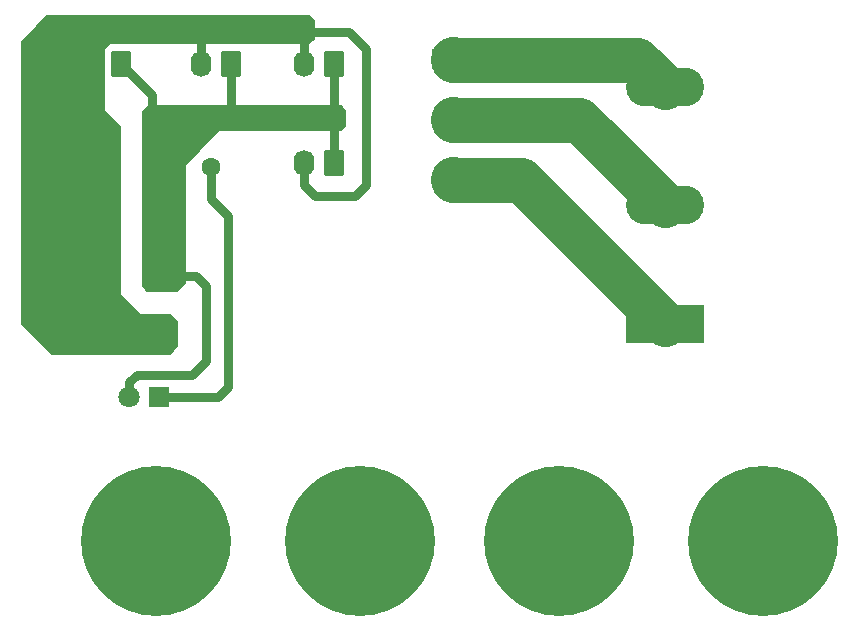
<source format=gbr>
%TF.GenerationSoftware,KiCad,Pcbnew,9.0.3*%
%TF.CreationDate,2025-08-21T00:29:16-03:00*%
%TF.ProjectId,PCB_Interfaz,5043425f-496e-4746-9572-66617a2e6b69,rev?*%
%TF.SameCoordinates,Original*%
%TF.FileFunction,Copper,L2,Bot*%
%TF.FilePolarity,Positive*%
%FSLAX46Y46*%
G04 Gerber Fmt 4.6, Leading zero omitted, Abs format (unit mm)*
G04 Created by KiCad (PCBNEW 9.0.3) date 2025-08-21 00:29:16*
%MOMM*%
%LPD*%
G01*
G04 APERTURE LIST*
G04 Aperture macros list*
%AMRoundRect*
0 Rectangle with rounded corners*
0 $1 Rounding radius*
0 $2 $3 $4 $5 $6 $7 $8 $9 X,Y pos of 4 corners*
0 Add a 4 corners polygon primitive as box body*
4,1,4,$2,$3,$4,$5,$6,$7,$8,$9,$2,$3,0*
0 Add four circle primitives for the rounded corners*
1,1,$1+$1,$2,$3*
1,1,$1+$1,$4,$5*
1,1,$1+$1,$6,$7*
1,1,$1+$1,$8,$9*
0 Add four rect primitives between the rounded corners*
20,1,$1+$1,$2,$3,$4,$5,0*
20,1,$1+$1,$4,$5,$6,$7,0*
20,1,$1+$1,$6,$7,$8,$9,0*
20,1,$1+$1,$8,$9,$2,$3,0*%
G04 Aperture macros list end*
%TA.AperFunction,Conductor*%
%ADD10C,0.200000*%
%TD*%
%TA.AperFunction,ComponentPad*%
%ADD11RoundRect,0.250000X0.620000X0.845000X-0.620000X0.845000X-0.620000X-0.845000X0.620000X-0.845000X0*%
%TD*%
%TA.AperFunction,ComponentPad*%
%ADD12O,1.740000X2.190000*%
%TD*%
%TA.AperFunction,ComponentPad*%
%ADD13C,12.700000*%
%TD*%
%TA.AperFunction,ComponentPad*%
%ADD14RoundRect,0.250000X-1.550000X0.650000X-1.550000X-0.650000X1.550000X-0.650000X1.550000X0.650000X0*%
%TD*%
%TA.AperFunction,ComponentPad*%
%ADD15O,3.600000X1.800000*%
%TD*%
%TA.AperFunction,ComponentPad*%
%ADD16R,6.600000X3.300000*%
%TD*%
%TA.AperFunction,ComponentPad*%
%ADD17O,6.600000X3.300000*%
%TD*%
%TA.AperFunction,ComponentPad*%
%ADD18C,1.600000*%
%TD*%
%TA.AperFunction,ComponentPad*%
%ADD19RoundRect,0.250000X-1.050000X1.050000X-1.050000X-1.050000X1.050000X-1.050000X1.050000X1.050000X0*%
%TD*%
%TA.AperFunction,ComponentPad*%
%ADD20C,2.600000*%
%TD*%
%TA.AperFunction,ComponentPad*%
%ADD21R,1.800000X1.800000*%
%TD*%
%TA.AperFunction,ComponentPad*%
%ADD22C,1.800000*%
%TD*%
%TA.AperFunction,Conductor*%
%ADD23C,0.762000*%
%TD*%
%TA.AperFunction,Conductor*%
%ADD24C,3.810000*%
%TD*%
G04 APERTURE END LIST*
D10*
%TO.N,/Interfaz de conexi\u00F3n/12V_Cnv*%
X109728000Y-88392000D02*
X109728000Y-89662000D01*
X109347000Y-90043000D01*
X99060000Y-90043000D01*
X96139000Y-92964000D01*
X96139000Y-102997000D01*
X95504000Y-103632000D01*
X92964000Y-103632000D01*
X92583000Y-103251000D01*
X92583000Y-88519000D01*
X93091000Y-88011000D01*
X109347000Y-88011000D01*
X109728000Y-88392000D01*
%TA.AperFunction,Conductor*%
G36*
X109728000Y-88392000D02*
G01*
X109728000Y-89662000D01*
X109347000Y-90043000D01*
X99060000Y-90043000D01*
X96139000Y-92964000D01*
X96139000Y-102997000D01*
X95504000Y-103632000D01*
X92964000Y-103632000D01*
X92583000Y-103251000D01*
X92583000Y-88519000D01*
X93091000Y-88011000D01*
X109347000Y-88011000D01*
X109728000Y-88392000D01*
G37*
%TD.AperFunction*%
%TO.N,/Interfaz de conexi\u00F3n/Gnd_Cnv*%
X107061000Y-80772000D02*
X107061000Y-82296000D01*
X106680000Y-82677000D01*
X89821000Y-82677000D01*
X89321000Y-83177000D01*
X89321000Y-88358750D01*
X90639000Y-89750000D01*
X90639000Y-103974000D01*
X92329000Y-105664000D01*
X94869000Y-105664000D01*
X95504000Y-106299000D01*
X95504000Y-108331000D01*
X94869000Y-108966000D01*
X84892000Y-108966000D01*
X82344000Y-106418000D01*
X82344000Y-82534000D01*
X84487000Y-80391000D01*
X106680000Y-80391000D01*
X107061000Y-80772000D01*
%TA.AperFunction,Conductor*%
G36*
X107061000Y-80772000D02*
G01*
X107061000Y-82296000D01*
X106680000Y-82677000D01*
X89821000Y-82677000D01*
X89321000Y-83177000D01*
X89321000Y-88358750D01*
X90639000Y-89750000D01*
X90639000Y-103974000D01*
X92329000Y-105664000D01*
X94869000Y-105664000D01*
X95504000Y-106299000D01*
X95504000Y-108331000D01*
X94869000Y-108966000D01*
X84892000Y-108966000D01*
X82344000Y-106418000D01*
X82344000Y-82534000D01*
X84487000Y-80391000D01*
X106680000Y-80391000D01*
X107061000Y-80772000D01*
G37*
%TD.AperFunction*%
%TD*%
D11*
%TO.P,Inv_Pwr1,1,Pin_1*%
%TO.N,/Interfaz de conexi\u00F3n/12V_Cnv*%
X90788000Y-84455000D03*
D12*
%TO.P,Inv_Pwr1,2,Pin_2*%
%TO.N,/Interfaz de conexi\u00F3n/Gnd_Cnv*%
X88248000Y-84455000D03*
%TD*%
D13*
%TO.P,Pw_In-1,1,Pin_1*%
%TO.N,unconnected-(Pw_In-1-Pin_1-Pad1)*%
X127850000Y-124802000D03*
%TO.P,Pw_In-1,2,Pin_2*%
%TO.N,unconnected-(Pw_In-1-Pin_2-Pad2)*%
X145122000Y-124802000D03*
%TD*%
D14*
%TO.P,Motor_Out2,1,Pin_1*%
%TO.N,Net-(Motor_Out2-Pin_1)*%
X118833000Y-84035000D03*
D15*
%TO.P,Motor_Out2,2,Pin_2*%
%TO.N,Net-(Motor_Out2-Pin_2)*%
X118833000Y-89115000D03*
%TO.P,Motor_Out2,3,Pin_3*%
%TO.N,Net-(Motor_Out2-Pin_3)*%
X118833000Y-94195000D03*
%TD*%
D16*
%TO.P,Motor_Pwr1,1,Pin_1*%
%TO.N,Net-(Motor_Out2-Pin_3)*%
X136779000Y-106393000D03*
D17*
%TO.P,Motor_Pwr1,2,Pin_2*%
%TO.N,Net-(Motor_Out2-Pin_2)*%
X136779000Y-96393000D03*
%TO.P,Motor_Pwr1,3,Pin_3*%
%TO.N,Net-(Motor_Out2-Pin_1)*%
X136779000Y-86393000D03*
%TD*%
D18*
%TO.P,R48,1*%
%TO.N,Net-(D11-K)*%
X98386000Y-93179000D03*
%TO.P,R48,2*%
%TO.N,/Interfaz de conexi\u00F3n/Gnd_Cnv*%
X88226000Y-93179000D03*
%TD*%
D11*
%TO.P,Cnv_Pwr1,1,Pin_1*%
%TO.N,/Interfaz de conexi\u00F3n/12V_Cnv*%
X100037000Y-84416000D03*
D12*
%TO.P,Cnv_Pwr1,2,Pin_2*%
%TO.N,/Interfaz de conexi\u00F3n/Gnd_Cnv*%
X97497000Y-84416000D03*
%TD*%
D11*
%TO.P,Cooler1,1,Pin_1*%
%TO.N,/Interfaz de conexi\u00F3n/12V_Cnv*%
X108800000Y-84455000D03*
D12*
%TO.P,Cooler1,2,Pin_2*%
%TO.N,/Interfaz de conexi\u00F3n/Gnd_Cnv*%
X106260000Y-84455000D03*
%TD*%
D19*
%TO.P,12V_Pwr1,1,Pin_1*%
%TO.N,/Interfaz de conexi\u00F3n/12V_Cnv*%
X94061500Y-102402000D03*
D20*
%TO.P,12V_Pwr1,2,Pin_2*%
%TO.N,/Interfaz de conexi\u00F3n/Gnd_Cnv*%
X94061500Y-107402000D03*
%TD*%
D11*
%TO.P,Inv_Pwr2,1,Pin_1*%
%TO.N,/Interfaz de conexi\u00F3n/12V_Cnv*%
X108800000Y-92818000D03*
D12*
%TO.P,Inv_Pwr2,2,Pin_2*%
%TO.N,/Interfaz de conexi\u00F3n/Gnd_Cnv*%
X106260000Y-92818000D03*
%TD*%
D13*
%TO.P,Pw_In+1,1,Pin_1*%
%TO.N,unconnected-(Pw_In+1-Pin_1-Pad1)*%
X93687000Y-124802000D03*
%TO.P,Pw_In+1,2,Pin_2*%
%TO.N,unconnected-(Pw_In+1-Pin_2-Pad2)*%
X110959000Y-124802000D03*
%TD*%
D21*
%TO.P,D11,1,K*%
%TO.N,Net-(D11-K)*%
X93980000Y-112649000D03*
D22*
%TO.P,D11,2,A*%
%TO.N,/Interfaz de conexi\u00F3n/12V_Cnv*%
X91440000Y-112649000D03*
%TD*%
D23*
%TO.N,/Interfaz de conexi\u00F3n/Gnd_Cnv*%
X106260000Y-94703000D02*
X106260000Y-92818000D01*
X97497000Y-84416000D02*
X97497000Y-82081000D01*
X107149000Y-95592000D02*
X106260000Y-94703000D01*
X110070000Y-81749000D02*
X111467000Y-83146000D01*
X111467000Y-83146000D02*
X111467000Y-94703000D01*
X110578000Y-95592000D02*
X107149000Y-95592000D01*
X106260000Y-84455000D02*
X106260000Y-81749000D01*
X106006000Y-81749000D02*
X110070000Y-81749000D01*
X111467000Y-94703000D02*
X110578000Y-95592000D01*
X106260000Y-81749000D02*
X106045000Y-81534000D01*
D24*
%TO.N,Net-(Motor_Out2-Pin_1)*%
X134460000Y-84074000D02*
X136779000Y-86393000D01*
X118833000Y-84035000D02*
X118872000Y-84074000D01*
X118872000Y-84074000D02*
X134460000Y-84074000D01*
%TO.N,Net-(Motor_Out2-Pin_3)*%
X118833000Y-94195000D02*
X118872000Y-94234000D01*
X124620000Y-94234000D02*
X136779000Y-106393000D01*
X118872000Y-94234000D02*
X124620000Y-94234000D01*
%TO.N,Net-(Motor_Out2-Pin_2)*%
X118833000Y-89115000D02*
X118872000Y-89154000D01*
X118872000Y-89154000D02*
X129540000Y-89154000D01*
X129540000Y-89154000D02*
X136779000Y-96393000D01*
D23*
%TO.N,Net-(D11-K)*%
X98386000Y-95846000D02*
X98386000Y-93179000D01*
X93980000Y-112649000D02*
X98933000Y-112649000D01*
X99822000Y-111760000D02*
X99822000Y-97282000D01*
X98933000Y-112649000D02*
X99822000Y-111760000D01*
X99822000Y-97282000D02*
X98386000Y-95846000D01*
%TO.N,/Interfaz de conexi\u00F3n/12V_Cnv*%
X108800000Y-84455000D02*
X108800000Y-88480000D01*
X91440000Y-111379000D02*
X91440000Y-112649000D01*
X97068000Y-102402000D02*
X97917000Y-103251000D01*
X93345000Y-87012000D02*
X93345000Y-89281000D01*
X97917000Y-109601000D02*
X96774000Y-110744000D01*
X93345000Y-89281000D02*
X94488000Y-90424000D01*
X92075000Y-110744000D02*
X91440000Y-111379000D01*
X108253000Y-89027000D02*
X107315000Y-89027000D01*
X97917000Y-103251000D02*
X97917000Y-109601000D01*
X108800000Y-92818000D02*
X108800000Y-89369000D01*
X108800000Y-88480000D02*
X108253000Y-89027000D01*
X100037000Y-84416000D02*
X100037000Y-89242000D01*
X96774000Y-110744000D02*
X92075000Y-110744000D01*
X94061500Y-102402000D02*
X97068000Y-102402000D01*
X90788000Y-84455000D02*
X93345000Y-87012000D01*
%TD*%
M02*

</source>
